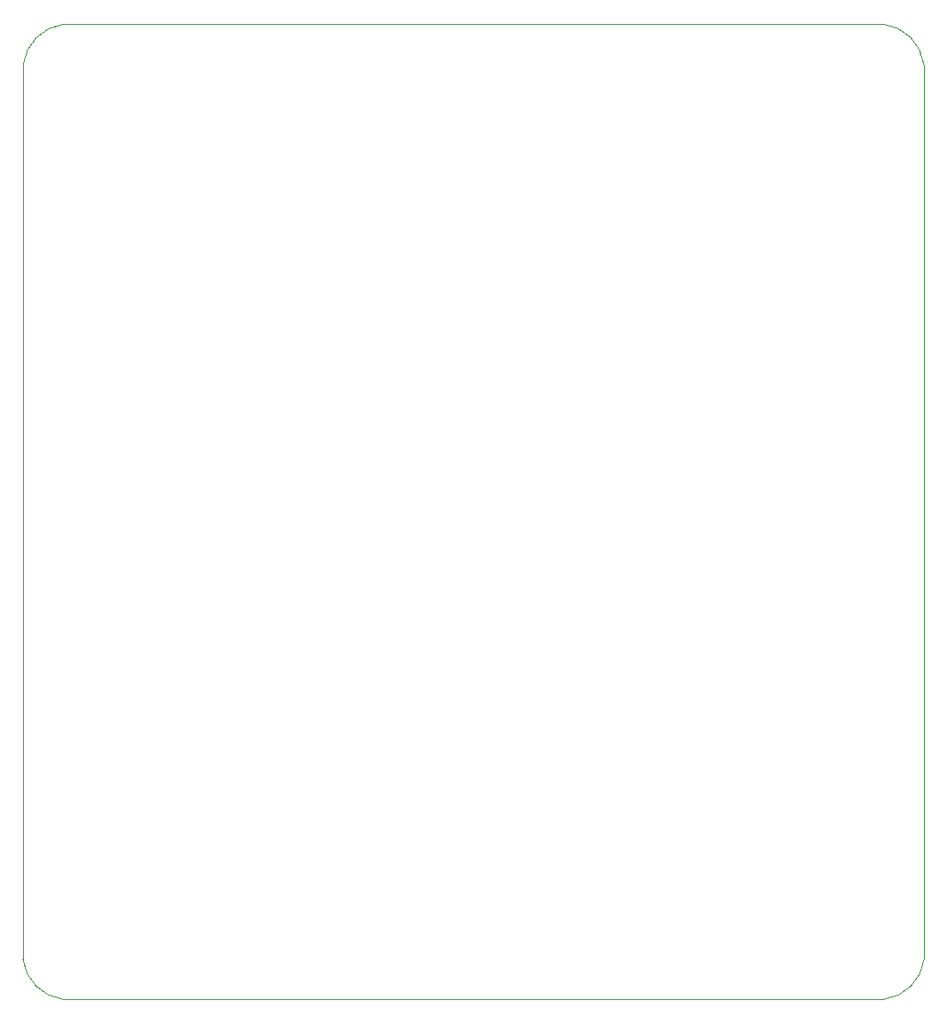
<source format=gbr>
%TF.GenerationSoftware,KiCad,Pcbnew,8.0.6*%
%TF.CreationDate,2024-11-20T22:28:01-08:00*%
%TF.ProjectId,project_rev5,70726f6a-6563-4745-9f72-6576352e6b69,REV5*%
%TF.SameCoordinates,Original*%
%TF.FileFunction,Profile,NP*%
%FSLAX46Y46*%
G04 Gerber Fmt 4.6, Leading zero omitted, Abs format (unit mm)*
G04 Created by KiCad (PCBNEW 8.0.6) date 2024-11-20 22:28:01*
%MOMM*%
%LPD*%
G01*
G04 APERTURE LIST*
%TA.AperFunction,Profile*%
%ADD10C,0.050000*%
%TD*%
G04 APERTURE END LIST*
D10*
X40004199Y-155649475D02*
X40036687Y-70383014D01*
X43850525Y-159495801D02*
G75*
G02*
X40004199Y-155649475I549475J4395801D01*
G01*
X125995802Y-155649475D02*
G75*
G02*
X122149475Y-159495802I-4395802J549475D01*
G01*
X40036687Y-70383014D02*
G75*
G02*
X43883014Y-66536687I4395813J-549486D01*
G01*
X122149475Y-159495802D02*
X43850525Y-159495802D01*
X122116984Y-66536689D02*
G75*
G02*
X125963311Y-70383016I-549484J-4395811D01*
G01*
X125995802Y-155649475D02*
X125963311Y-70383016D01*
X43883014Y-66536687D02*
X122116984Y-66536689D01*
M02*

</source>
